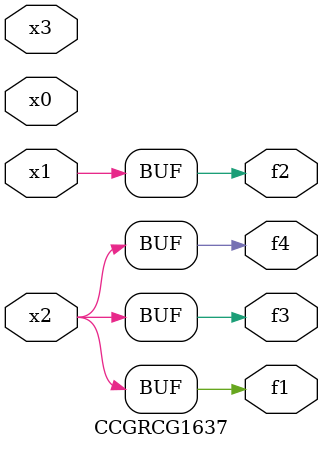
<source format=v>
module CCGRCG1637(
	input x0, x1, x2, x3,
	output f1, f2, f3, f4
);
	assign f1 = x2;
	assign f2 = x1;
	assign f3 = x2;
	assign f4 = x2;
endmodule

</source>
